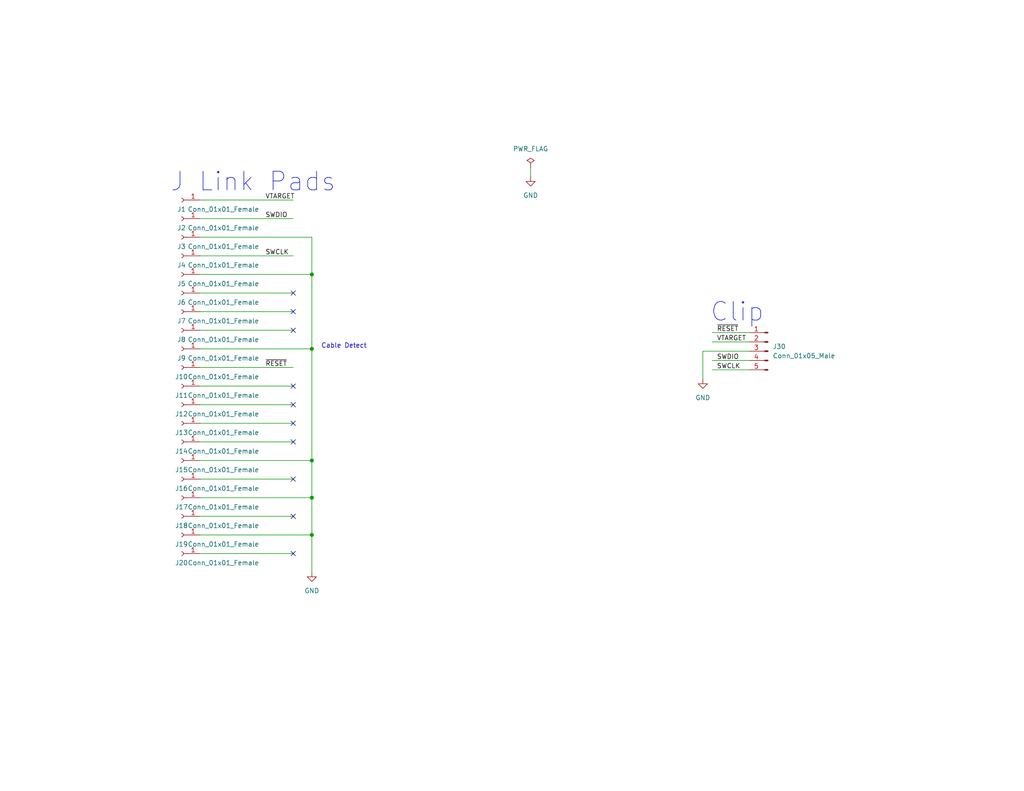
<source format=kicad_sch>
(kicad_sch (version 20211123) (generator eeschema)
  (paper "A")
  (title_block (title "J_Link to Wall Switch Breakout Board") (date "2023-04-15") (rev "A0") (company "MAG Laboratory"))
  (lib_symbols
    (symbol "Connector:Conn_01x01_Female" (pin_names (offset 1.016) hide)
      (property "Reference" "J" (at 0 2.54 0))
      (property "Value" "Conn_01x01_Female" (at 0 -2.54 0))
      (symbol "Conn_01x01_Female_1_1"
        (polyline (pts (xy -1.27 0) (xy -0.508 0)) (stroke (width 0.1524)))
        (arc (start 0 0.508) (mid -0.508 0) (end 0 -0.508) (stroke (width 0.1524)))
        (pin passive line (at -5.08 0 0) (length 3.81) (name "Pin_1") (number "1"))
      )
    )
    (symbol "Connector:Conn_01x05_Male" (pin_names (offset 1.016) hide)
      (property "Reference" "J" (at 0 7.62 0))
      (property "Value" "Conn_01x05_Male" (at 0 -7.62 0))
      (symbol "Conn_01x05_Male_1_1"
        (polyline (pts (xy 1.27 -5.08) (xy 0.8636 -5.08)) (stroke (width 0.1524)))
        (polyline (pts (xy 1.27 -2.54) (xy 0.8636 -2.54)) (stroke (width 0.1524)))
        (polyline (pts (xy 1.27 0) (xy 0.8636 0)) (stroke (width 0.1524)))
        (polyline (pts (xy 1.27 2.54) (xy 0.8636 2.54)) (stroke (width 0.1524)))
        (polyline (pts (xy 1.27 5.08) (xy 0.8636 5.08)) (stroke (width 0.1524)))
        (rectangle (start 0.8636 -4.953) (end 0 -5.207) (stroke (width 0.1524)) (fill (type outline)))
        (rectangle (start 0.8636 -2.413) (end 0 -2.667) (stroke (width 0.1524)) (fill (type outline)))
        (rectangle (start 0.8636 0.127) (end 0 -0.127) (stroke (width 0.1524)) (fill (type outline)))
        (rectangle (start 0.8636 2.667) (end 0 2.413) (stroke (width 0.1524)) (fill (type outline)))
        (rectangle (start 0.8636 5.207) (end 0 4.953) (stroke (width 0.1524)) (fill (type outline)))
        (pin passive line (at 5.08 5.08 180) (length 3.81) (name "Pin_1") (number "1"))
        (pin passive line (at 5.08 2.54 180) (length 3.81) (name "Pin_2") (number "2"))
        (pin passive line (at 5.08 0 180) (length 3.81) (name "Pin_3") (number "3"))
        (pin passive line (at 5.08 -2.54 180) (length 3.81) (name "Pin_4") (number "4"))
        (pin passive line (at 5.08 -5.08 180) (length 3.81) (name "Pin_5") (number "5"))
      )
    )
    (symbol "power:GND" (power) (pin_names (offset 0))
      (property "Value" "GND" (at 0 -3.81 0))
      (symbol "GND_0_1"
        (polyline (pts (xy 0 0) (xy 0 -1.27) (xy 1.27 -1.27) (xy 0 -2.54) (xy -1.27 -1.27) (xy 0 -1.27)))
      )
      (symbol "GND_1_1"
        (pin power_in line (at 0 0 270) (length 0) hide (name "GND") (number "1"))
      )
    )
    (symbol "power:PWR_FLAG" (power) (pin_numbers hide) (pin_names (offset 0) hide)
      (property "Value" "PWR_FLAG" (at 0 3.81 0))
      (symbol "PWR_FLAG_0_0"
        (pin power_out line (at 0 0 90) (length 0) (name "pwr") (number "1"))
      )
      (symbol "PWR_FLAG_0_1"
        (polyline (pts (xy 0 0) (xy 0 1.27) (xy -1.016 1.905) (xy 0 2.54) (xy 1.016 1.905) (xy 0 1.27)))
      )
    )
  )
  (junction (at 85.09 125.73))
  (junction (at 85.09 74.93))
  (junction (at 85.09 95.25))
  (junction (at 85.09 146.05))
  (junction (at 85.09 135.89))
  (no_connect (at 80.01 151.13))
  (no_connect (at 80.01 85.09))
  (no_connect (at 80.01 110.49))
  (no_connect (at 80.01 120.65))
  (no_connect (at 80.01 90.17))
  (no_connect (at 80.01 80.01))
  (no_connect (at 80.01 115.57))
  (no_connect (at 80.01 130.81))
  (no_connect (at 80.01 105.41))
  (no_connect (at 80.01 140.97))
  (wire (pts (xy 54.61 146.05) (xy 85.09 146.05)))
  (wire (pts (xy 194.31 98.425) (xy 204.47 98.425)))
  (wire (pts (xy 54.61 64.77) (xy 85.09 64.77)))
  (wire (pts (xy 194.31 93.345) (xy 204.47 93.345)))
  (wire (pts (xy 54.61 151.13) (xy 80.01 151.13)))
  (wire (pts (xy 191.77 103.505) (xy 191.77 95.885)))
  (wire (pts (xy 54.61 74.93) (xy 85.09 74.93)))
  (wire (pts (xy 54.61 90.17) (xy 80.01 90.17)))
  (wire (pts (xy 54.61 120.65) (xy 80.01 120.65)))
  (wire (pts (xy 54.61 110.49) (xy 80.01 110.49)))
  (wire (pts (xy 54.61 54.61) (xy 80.01 54.61)))
  (wire (pts (xy 191.77 95.885) (xy 204.47 95.885)))
  (wire (pts (xy 54.61 130.81) (xy 80.01 130.81)))
  (wire (pts (xy 85.09 146.05) (xy 85.09 135.89)))
  (wire (pts (xy 85.09 125.73) (xy 85.09 135.89)))
  (wire (pts (xy 85.09 95.25) (xy 85.09 74.93)))
  (wire (pts (xy 194.31 90.805) (xy 204.47 90.805)))
  (wire (pts (xy 54.61 100.33) (xy 80.01 100.33)))
  (wire (pts (xy 54.61 80.01) (xy 80.01 80.01)))
  (wire (pts (xy 85.09 95.25) (xy 85.09 125.73)))
  (wire (pts (xy 194.31 100.965) (xy 204.47 100.965)))
  (wire (pts (xy 54.61 85.09) (xy 80.01 85.09)))
  (wire (pts (xy 54.61 59.69) (xy 80.01 59.69)))
  (wire (pts (xy 54.61 105.41) (xy 80.01 105.41)))
  (wire (pts (xy 85.09 64.77) (xy 85.09 74.93)))
  (wire (pts (xy 85.09 146.05) (xy 85.09 156.21)))
  (wire (pts (xy 54.61 69.85) (xy 80.01 69.85)))
  (wire (pts (xy 54.61 95.25) (xy 85.09 95.25)))
  (wire (pts (xy 54.61 125.73) (xy 85.09 125.73)))
  (wire (pts (xy 54.61 115.57) (xy 80.01 115.57)))
  (wire (pts (xy 54.61 135.89) (xy 85.09 135.89)))
  (wire (pts (xy 144.78 45.72) (xy 144.78 48.26)))
  (wire (pts (xy 54.61 140.97) (xy 80.01 140.97)))
  (text "Clip" (at 193.675 88.265 0) (effects (font (size 5.08 5.08)) (justify left bottom)))
  (text "J Link Pads" (at 46.355 52.705 0) (effects (font (size 5.08 5.08)) (justify left bottom)))
  (text "Cable Detect" (at 87.63 95.25 0) (effects (font (size 1.27 1.27)) (justify left bottom)))
  (label "SWDIO" (at 72.39 59.69 0))
  (label "SWCLK" (at 195.58 100.965 0))
  (label "~{RESET}" (at 72.39 100.33 0))
  (label "SWCLK" (at 72.39 69.85 0))
  (label "VTARGET" (at 72.39 54.61 0))
  (label "VTARGET" (at 195.58 93.345 0))
  (label "~{RESET}" (at 195.58 90.805 0))
  (label "SWDIO" (at 195.58 98.425 0))
  (symbol (lib_id "Connector:Conn_01x01_Female") (at 49.53 69.85 180) (unit 1)
    (property "Reference" "J4" (at 49.53 72.39 0))
    (property "Value" "Conn_01x01_Female" (at 60.96 72.39 0))
    (property "Footprint" "THIS:PAD_2.5x0.65mm" (effects hide))
  )
  (symbol (lib_id "Connector:Conn_01x01_Female") (at 49.53 110.49 180) (unit 1)
    (property "Reference" "J12" (at 49.53 113.03 0))
    (property "Value" "Conn_01x01_Female" (at 60.96 113.03 0))
    (property "Footprint" "THIS:PAD_2.5x0.65mm" (effects hide))
  )
  (symbol (lib_id "Connector:Conn_01x01_Female") (at 49.53 95.25 180) (unit 1)
    (property "Reference" "J9" (at 49.53 97.79 0))
    (property "Value" "Conn_01x01_Female" (at 60.96 97.79 0))
    (property "Footprint" "THIS:PAD_2.5x0.65mm" (effects hide))
  )
  (symbol (lib_id "Connector:Conn_01x01_Female") (at 49.53 130.81 180) (unit 1)
    (property "Reference" "J16" (at 49.53 133.35 0))
    (property "Value" "Conn_01x01_Female" (at 60.96 133.35 0))
    (property "Footprint" "THIS:PAD_2.5x0.65mm" (effects hide))
  )
  (symbol (lib_id "Connector:Conn_01x01_Female") (at 49.53 115.57 180) (unit 1)
    (property "Reference" "J13" (at 49.53 118.11 0))
    (property "Value" "Conn_01x01_Female" (at 60.96 118.11 0))
    (property "Footprint" "THIS:PAD_2.5x0.65mm" (effects hide))
  )
  (symbol (lib_id "Connector:Conn_01x01_Female") (at 49.53 135.89 180) (unit 1)
    (property "Reference" "J17" (at 49.53 138.43 0))
    (property "Value" "Conn_01x01_Female" (at 60.96 138.43 0))
    (property "Footprint" "THIS:PAD_2.5x0.65mm" (effects hide))
  )
  (symbol (lib_id "Connector:Conn_01x01_Female") (at 49.53 74.93 180) (unit 1)
    (property "Reference" "J5" (at 49.53 77.47 0))
    (property "Value" "Conn_01x01_Female" (at 60.96 77.47 0))
    (property "Footprint" "THIS:PAD_2.5x0.65mm" (effects hide))
  )
  (symbol (lib_id "Connector:Conn_01x01_Female") (at 49.53 100.33 180) (unit 1)
    (property "Reference" "J10" (at 49.53 102.87 0))
    (property "Value" "Conn_01x01_Female" (at 60.96 102.87 0))
    (property "Footprint" "THIS:PAD_2.5x0.65mm" (effects hide))
  )
  (symbol (lib_id "Connector:Conn_01x01_Female") (at 49.53 140.97 180) (unit 1)
    (property "Reference" "J18" (at 49.53 143.51 0))
    (property "Value" "Conn_01x01_Female" (at 60.96 143.51 0))
    (property "Footprint" "THIS:PAD_2.5x0.65mm" (effects hide))
  )
  (symbol (lib_id "power:GND") (at 85.09 156.21 0) (unit 1)
    (property "Reference" "#PWR01" (effects hide))
    (property "Value" "GND" (at 85.09 161.29 0))
  )
  (symbol (lib_id "Connector:Conn_01x01_Female") (at 49.53 146.05 180) (unit 1)
    (property "Reference" "J19" (at 49.53 148.59 0))
    (property "Value" "Conn_01x01_Female" (at 60.96 148.59 0))
    (property "Footprint" "THIS:PAD_2.5x0.65mm" (effects hide))
  )
  (symbol (lib_id "power:PWR_FLAG") (at 144.78 45.72 0) (unit 1)
    (property "Reference" "#FLG01" (effects hide))
    (property "Value" "PWR_FLAG" (at 144.78 40.64 0))
  )
  (symbol (lib_id "power:GND") (at 191.77 103.505 0) (unit 1)
    (property "Reference" "#PWR03" (effects hide))
    (property "Value" "GND" (at 191.77 108.585 0))
  )
  (symbol (lib_id "Connector:Conn_01x01_Female") (at 49.53 90.17 180) (unit 1)
    (property "Reference" "J8" (at 49.53 92.71 0))
    (property "Value" "Conn_01x01_Female" (at 60.96 92.71 0))
    (property "Footprint" "THIS:PAD_2.5x0.65mm" (effects hide))
  )
  (symbol (lib_id "Connector:Conn_01x01_Female") (at 49.53 105.41 180) (unit 1)
    (property "Reference" "J11" (at 49.53 107.95 0))
    (property "Value" "Conn_01x01_Female" (at 60.96 107.95 0))
    (property "Footprint" "THIS:PAD_2.5x0.65mm" (effects hide))
  )
  (symbol (lib_id "Connector:Conn_01x01_Female") (at 49.53 85.09 180) (unit 1)
    (property "Reference" "J7" (at 49.53 87.63 0))
    (property "Value" "Conn_01x01_Female" (at 60.96 87.63 0))
    (property "Footprint" "THIS:PAD_2.5x0.65mm" (effects hide))
  )
  (symbol (lib_id "Connector:Conn_01x05_Male") (at 209.55 95.885 0) (mirror y) (unit 1)
    (property "Reference" "J30" (at 210.82 94.6149 0) (effects (justify right)))
    (property "Value" "Conn_01x05_Male" (at 210.82 97.1549 0) (effects (justify right)))
    (property "Footprint" "Connector_PinHeader_2.54mm:PinHeader_1x05_P2.54mm_Horizontal" (effects hide))
  )
  (symbol (lib_id "Connector:Conn_01x01_Female") (at 49.53 151.13 180) (unit 1)
    (property "Reference" "J20" (at 49.53 153.67 0))
    (property "Value" "Conn_01x01_Female" (at 60.96 153.67 0))
    (property "Footprint" "THIS:PAD_2.5x0.65mm" (effects hide))
  )
  (symbol (lib_id "Connector:Conn_01x01_Female") (at 49.53 64.77 180) (unit 1)
    (property "Reference" "J3" (at 49.53 67.31 0))
    (property "Value" "Conn_01x01_Female" (at 60.96 67.31 0))
    (property "Footprint" "THIS:PAD_2.5x0.65mm" (effects hide))
  )
  (symbol (lib_id "Connector:Conn_01x01_Female") (at 49.53 120.65 180) (unit 1)
    (property "Reference" "J14" (at 49.53 123.19 0))
    (property "Value" "Conn_01x01_Female" (at 60.96 123.19 0))
    (property "Footprint" "THIS:PAD_2.5x0.65mm" (effects hide))
  )
  (symbol (lib_id "Connector:Conn_01x01_Female") (at 49.53 125.73 180) (unit 1)
    (property "Reference" "J15" (at 49.53 128.27 0))
    (property "Value" "Conn_01x01_Female" (at 60.96 128.27 0))
    (property "Footprint" "THIS:PAD_2.5x0.65mm" (effects hide))
  )
  (symbol (lib_id "power:GND") (at 144.78 48.26 0) (unit 1)
    (property "Reference" "#PWR02" (effects hide))
    (property "Value" "GND" (at 144.78 53.34 0))
  )
  (symbol (lib_id "Connector:Conn_01x01_Female") (at 49.53 54.61 180) (unit 1)
    (property "Reference" "J1" (at 49.53 57.15 0))
    (property "Value" "Conn_01x01_Female" (at 60.96 57.15 0))
    (property "Footprint" "THIS:PAD_2.5x0.65mm" (effects hide))
  )
  (symbol (lib_id "Connector:Conn_01x01_Female") (at 49.53 59.69 180) (unit 1)
    (property "Reference" "J2" (at 49.53 62.23 0))
    (property "Value" "Conn_01x01_Female" (at 60.96 62.23 0))
    (property "Footprint" "THIS:PAD_2.5x0.65mm" (effects hide))
  )
  (symbol (lib_id "Connector:Conn_01x01_Female") (at 49.53 80.01 180) (unit 1)
    (property "Reference" "J6" (at 49.53 82.55 0))
    (property "Value" "Conn_01x01_Female" (at 60.96 82.55 0))
    (property "Footprint" "THIS:PAD_2.5x0.65mm" (effects hide))
  )
)
</source>
